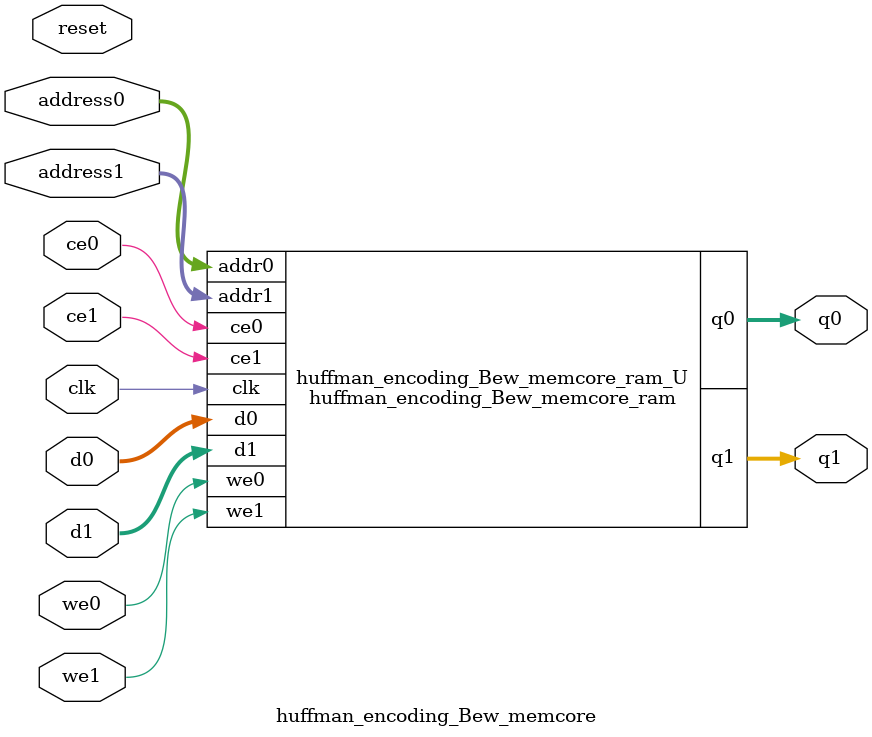
<source format=v>
`timescale 1 ns / 1 ps
module huffman_encoding_Bew_memcore_ram (addr0, ce0, d0, we0, q0, addr1, ce1, d1, we1, q1,  clk);

parameter DWIDTH = 9;
parameter AWIDTH = 7;
parameter MEM_SIZE = 128;

input[AWIDTH-1:0] addr0;
input ce0;
input[DWIDTH-1:0] d0;
input we0;
output reg[DWIDTH-1:0] q0;
input[AWIDTH-1:0] addr1;
input ce1;
input[DWIDTH-1:0] d1;
input we1;
output reg[DWIDTH-1:0] q1;
input clk;

(* ram_style = "block" *)reg [DWIDTH-1:0] ram[0:MEM_SIZE-1];




always @(posedge clk)  
begin 
    if (ce0) begin
        if (we0) 
            ram[addr0] <= d0; 
        q0 <= ram[addr0];
    end
end


always @(posedge clk)  
begin 
    if (ce1) begin
        if (we1) 
            ram[addr1] <= d1; 
        q1 <= ram[addr1];
    end
end


endmodule

`timescale 1 ns / 1 ps
module huffman_encoding_Bew_memcore(
    reset,
    clk,
    address0,
    ce0,
    we0,
    d0,
    q0,
    address1,
    ce1,
    we1,
    d1,
    q1);

parameter DataWidth = 32'd9;
parameter AddressRange = 32'd128;
parameter AddressWidth = 32'd7;
input reset;
input clk;
input[AddressWidth - 1:0] address0;
input ce0;
input we0;
input[DataWidth - 1:0] d0;
output[DataWidth - 1:0] q0;
input[AddressWidth - 1:0] address1;
input ce1;
input we1;
input[DataWidth - 1:0] d1;
output[DataWidth - 1:0] q1;



huffman_encoding_Bew_memcore_ram huffman_encoding_Bew_memcore_ram_U(
    .clk( clk ),
    .addr0( address0 ),
    .ce0( ce0 ),
    .we0( we0 ),
    .d0( d0 ),
    .q0( q0 ),
    .addr1( address1 ),
    .ce1( ce1 ),
    .we1( we1 ),
    .d1( d1 ),
    .q1( q1 ));

endmodule


</source>
